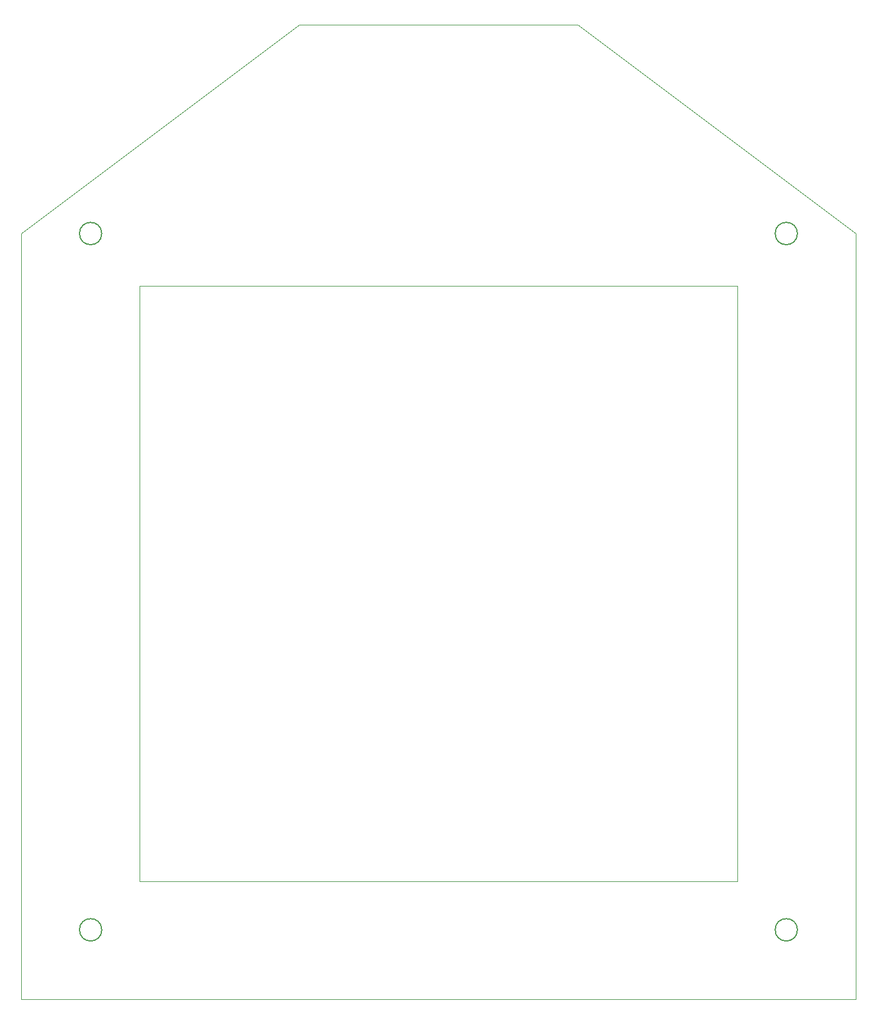
<source format=gbr>
%TF.GenerationSoftware,KiCad,Pcbnew,9.0.2*%
%TF.CreationDate,2025-07-05T18:40:33-07:00*%
%TF.ProjectId,ddi_1.2,6464695f-312e-4322-9e6b-696361645f70,rev?*%
%TF.SameCoordinates,Original*%
%TF.FileFunction,Profile,NP*%
%FSLAX46Y46*%
G04 Gerber Fmt 4.6, Leading zero omitted, Abs format (unit mm)*
G04 Created by KiCad (PCBNEW 9.0.2) date 2025-07-05 18:40:33*
%MOMM*%
%LPD*%
G01*
G04 APERTURE LIST*
%TA.AperFunction,Profile*%
%ADD10C,0.200000*%
%TD*%
%TA.AperFunction,Profile*%
%ADD11C,0.050000*%
%TD*%
G04 APERTURE END LIST*
D10*
X101600000Y-150000000D02*
G75*
G02*
X98400000Y-150000000I-1600000J0D01*
G01*
X98400000Y-150000000D02*
G75*
G02*
X101600000Y-150000000I1600000J0D01*
G01*
X101600000Y-50000000D02*
G75*
G02*
X98400000Y-50000000I-1600000J0D01*
G01*
X98400000Y-50000000D02*
G75*
G02*
X101600000Y-50000000I1600000J0D01*
G01*
D11*
X130000000Y-20000000D02*
X170000000Y-20000000D01*
X107000000Y-57500000D02*
X193000000Y-57500000D01*
X193000000Y-143000000D01*
X107000000Y-143000000D01*
X107000000Y-57500000D01*
X210000000Y-160000000D02*
X90000000Y-160000000D01*
D10*
X201600000Y-150000000D02*
G75*
G02*
X198400000Y-150000000I-1600000J0D01*
G01*
X198400000Y-150000000D02*
G75*
G02*
X201600000Y-150000000I1600000J0D01*
G01*
D11*
X90000000Y-160000000D02*
X90000000Y-50000000D01*
D10*
X201600000Y-50000000D02*
G75*
G02*
X198400000Y-50000000I-1600000J0D01*
G01*
X198400000Y-50000000D02*
G75*
G02*
X201600000Y-50000000I1600000J0D01*
G01*
D11*
X170000000Y-20000000D02*
X210000000Y-50000000D01*
X210000000Y-50000000D02*
X210000000Y-160000000D01*
X90000000Y-50000000D02*
X130000000Y-20000000D01*
M02*

</source>
